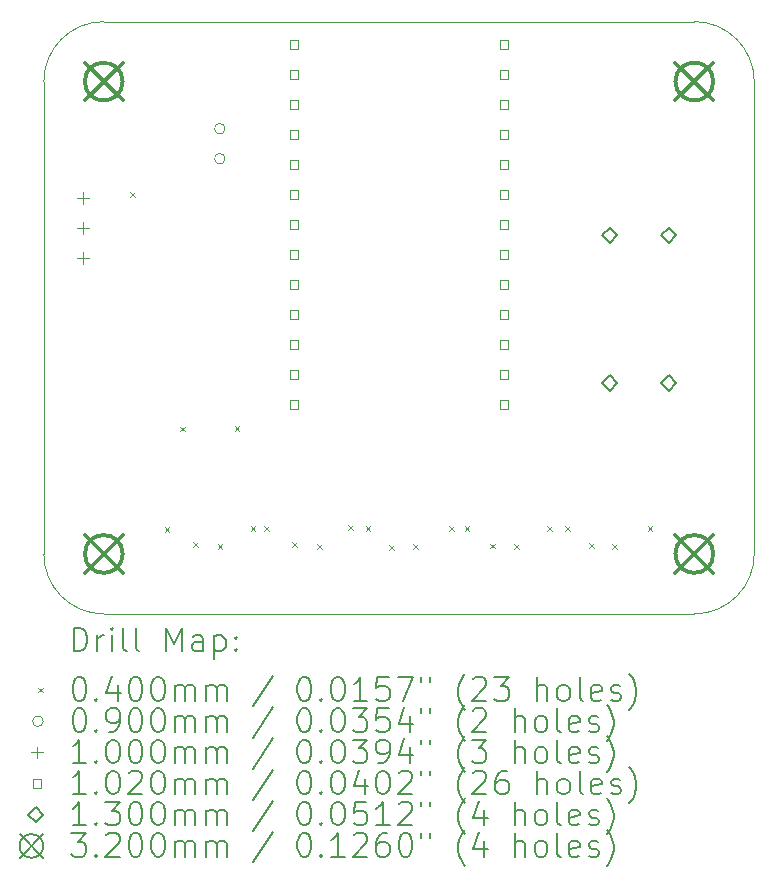
<source format=gbr>
%TF.GenerationSoftware,KiCad,Pcbnew,(6.0.9)*%
%TF.CreationDate,2022-11-19T08:59:57-07:00*%
%TF.ProjectId,AQM,41514d2e-6b69-4636-9164-5f7063625858,rev?*%
%TF.SameCoordinates,Original*%
%TF.FileFunction,Drillmap*%
%TF.FilePolarity,Positive*%
%FSLAX45Y45*%
G04 Gerber Fmt 4.5, Leading zero omitted, Abs format (unit mm)*
G04 Created by KiCad (PCBNEW (6.0.9)) date 2022-11-19 08:59:57*
%MOMM*%
%LPD*%
G01*
G04 APERTURE LIST*
%ADD10C,0.100000*%
%ADD11C,0.200000*%
%ADD12C,0.040000*%
%ADD13C,0.090000*%
%ADD14C,0.102000*%
%ADD15C,0.130000*%
%ADD16C,0.320000*%
G04 APERTURE END LIST*
D10*
X14500000Y-9007500D02*
X9500000Y-9007500D01*
X14500000Y-9007500D02*
G75*
G03*
X15007500Y-8500000I0J507500D01*
G01*
X8992500Y-8500000D02*
G75*
G03*
X9500000Y-9007500I507500J0D01*
G01*
X8992500Y-8500000D02*
X8992500Y-4500000D01*
X15007500Y-4500000D02*
X15007500Y-8500000D01*
X9500000Y-3992500D02*
G75*
G03*
X8992500Y-4500000I0J-507500D01*
G01*
X9500000Y-3992500D02*
X14500000Y-3992500D01*
X15007500Y-4500000D02*
G75*
G03*
X14500000Y-3992500I-507500J0D01*
G01*
D11*
D12*
X9725000Y-5437000D02*
X9765000Y-5477000D01*
X9765000Y-5437000D02*
X9725000Y-5477000D01*
X10015000Y-8270000D02*
X10055000Y-8310000D01*
X10055000Y-8270000D02*
X10015000Y-8310000D01*
X10145080Y-7422200D02*
X10185080Y-7462200D01*
X10185080Y-7422200D02*
X10145080Y-7462200D01*
X10256840Y-8402640D02*
X10296840Y-8442640D01*
X10296840Y-8402640D02*
X10256840Y-8442640D01*
X10465120Y-8417880D02*
X10505120Y-8457880D01*
X10505120Y-8417880D02*
X10465120Y-8457880D01*
X10607360Y-7417120D02*
X10647360Y-7457120D01*
X10647360Y-7417120D02*
X10607360Y-7457120D01*
X10742500Y-8265000D02*
X10782500Y-8305000D01*
X10782500Y-8265000D02*
X10742500Y-8305000D01*
X10860000Y-8262500D02*
X10900000Y-8302500D01*
X10900000Y-8262500D02*
X10860000Y-8302500D01*
X11095040Y-8402640D02*
X11135040Y-8442640D01*
X11135040Y-8402640D02*
X11095040Y-8442640D01*
X11308400Y-8417880D02*
X11348400Y-8457880D01*
X11348400Y-8417880D02*
X11308400Y-8457880D01*
X11570000Y-8257500D02*
X11610000Y-8297500D01*
X11610000Y-8257500D02*
X11570000Y-8297500D01*
X11717500Y-8262500D02*
X11757500Y-8302500D01*
X11757500Y-8262500D02*
X11717500Y-8302500D01*
X11918000Y-8422960D02*
X11958000Y-8462960D01*
X11958000Y-8422960D02*
X11918000Y-8462960D01*
X12121200Y-8417880D02*
X12161200Y-8457880D01*
X12161200Y-8417880D02*
X12121200Y-8457880D01*
X12425000Y-8262500D02*
X12465000Y-8302500D01*
X12465000Y-8262500D02*
X12425000Y-8302500D01*
X12555000Y-8262500D02*
X12595000Y-8302500D01*
X12595000Y-8262500D02*
X12555000Y-8302500D01*
X12771440Y-8412800D02*
X12811440Y-8452800D01*
X12811440Y-8412800D02*
X12771440Y-8452800D01*
X12974640Y-8417880D02*
X13014640Y-8457880D01*
X13014640Y-8417880D02*
X12974640Y-8457880D01*
X13252500Y-8265000D02*
X13292500Y-8305000D01*
X13292500Y-8265000D02*
X13252500Y-8305000D01*
X13405000Y-8265000D02*
X13445000Y-8305000D01*
X13445000Y-8265000D02*
X13405000Y-8305000D01*
X13609640Y-8407720D02*
X13649640Y-8447720D01*
X13649640Y-8407720D02*
X13609640Y-8447720D01*
X13802680Y-8417880D02*
X13842680Y-8457880D01*
X13842680Y-8417880D02*
X13802680Y-8457880D01*
X14105000Y-8265000D02*
X14145000Y-8305000D01*
X14145000Y-8265000D02*
X14105000Y-8305000D01*
D13*
X10527500Y-4900000D02*
G75*
G03*
X10527500Y-4900000I-45000J0D01*
G01*
X10527500Y-5154000D02*
G75*
G03*
X10527500Y-5154000I-45000J0D01*
G01*
D10*
X9321000Y-5437000D02*
X9321000Y-5537000D01*
X9271000Y-5487000D02*
X9371000Y-5487000D01*
X9321000Y-5691000D02*
X9321000Y-5791000D01*
X9271000Y-5741000D02*
X9371000Y-5741000D01*
X9321000Y-5945000D02*
X9321000Y-6045000D01*
X9271000Y-5995000D02*
X9371000Y-5995000D01*
D14*
X11147063Y-4221503D02*
X11147063Y-4149377D01*
X11074937Y-4149377D01*
X11074937Y-4221503D01*
X11147063Y-4221503D01*
X11147063Y-4475503D02*
X11147063Y-4403377D01*
X11074937Y-4403377D01*
X11074937Y-4475503D01*
X11147063Y-4475503D01*
X11147063Y-4729503D02*
X11147063Y-4657377D01*
X11074937Y-4657377D01*
X11074937Y-4729503D01*
X11147063Y-4729503D01*
X11147063Y-4983503D02*
X11147063Y-4911377D01*
X11074937Y-4911377D01*
X11074937Y-4983503D01*
X11147063Y-4983503D01*
X11147063Y-5237503D02*
X11147063Y-5165377D01*
X11074937Y-5165377D01*
X11074937Y-5237503D01*
X11147063Y-5237503D01*
X11147063Y-5491503D02*
X11147063Y-5419377D01*
X11074937Y-5419377D01*
X11074937Y-5491503D01*
X11147063Y-5491503D01*
X11147063Y-5745503D02*
X11147063Y-5673377D01*
X11074937Y-5673377D01*
X11074937Y-5745503D01*
X11147063Y-5745503D01*
X11147063Y-5999503D02*
X11147063Y-5927377D01*
X11074937Y-5927377D01*
X11074937Y-5999503D01*
X11147063Y-5999503D01*
X11147063Y-6253503D02*
X11147063Y-6181377D01*
X11074937Y-6181377D01*
X11074937Y-6253503D01*
X11147063Y-6253503D01*
X11147063Y-6507503D02*
X11147063Y-6435377D01*
X11074937Y-6435377D01*
X11074937Y-6507503D01*
X11147063Y-6507503D01*
X11147063Y-6761503D02*
X11147063Y-6689377D01*
X11074937Y-6689377D01*
X11074937Y-6761503D01*
X11147063Y-6761503D01*
X11147063Y-7015503D02*
X11147063Y-6943377D01*
X11074937Y-6943377D01*
X11074937Y-7015503D01*
X11147063Y-7015503D01*
X11147063Y-7269503D02*
X11147063Y-7197377D01*
X11074937Y-7197377D01*
X11074937Y-7269503D01*
X11147063Y-7269503D01*
X12925063Y-4221503D02*
X12925063Y-4149377D01*
X12852937Y-4149377D01*
X12852937Y-4221503D01*
X12925063Y-4221503D01*
X12925063Y-4475503D02*
X12925063Y-4403377D01*
X12852937Y-4403377D01*
X12852937Y-4475503D01*
X12925063Y-4475503D01*
X12925063Y-4729503D02*
X12925063Y-4657377D01*
X12852937Y-4657377D01*
X12852937Y-4729503D01*
X12925063Y-4729503D01*
X12925063Y-4983503D02*
X12925063Y-4911377D01*
X12852937Y-4911377D01*
X12852937Y-4983503D01*
X12925063Y-4983503D01*
X12925063Y-5237503D02*
X12925063Y-5165377D01*
X12852937Y-5165377D01*
X12852937Y-5237503D01*
X12925063Y-5237503D01*
X12925063Y-5491503D02*
X12925063Y-5419377D01*
X12852937Y-5419377D01*
X12852937Y-5491503D01*
X12925063Y-5491503D01*
X12925063Y-5745503D02*
X12925063Y-5673377D01*
X12852937Y-5673377D01*
X12852937Y-5745503D01*
X12925063Y-5745503D01*
X12925063Y-5999503D02*
X12925063Y-5927377D01*
X12852937Y-5927377D01*
X12852937Y-5999503D01*
X12925063Y-5999503D01*
X12925063Y-6253503D02*
X12925063Y-6181377D01*
X12852937Y-6181377D01*
X12852937Y-6253503D01*
X12925063Y-6253503D01*
X12925063Y-6507503D02*
X12925063Y-6435377D01*
X12852937Y-6435377D01*
X12852937Y-6507503D01*
X12925063Y-6507503D01*
X12925063Y-6761503D02*
X12925063Y-6689377D01*
X12852937Y-6689377D01*
X12852937Y-6761503D01*
X12925063Y-6761503D01*
X12925063Y-7015503D02*
X12925063Y-6943377D01*
X12852937Y-6943377D01*
X12852937Y-7015503D01*
X12925063Y-7015503D01*
X12925063Y-7269503D02*
X12925063Y-7197377D01*
X12852937Y-7197377D01*
X12852937Y-7269503D01*
X12925063Y-7269503D01*
D15*
X13782500Y-5868500D02*
X13847500Y-5803500D01*
X13782500Y-5738500D01*
X13717500Y-5803500D01*
X13782500Y-5868500D01*
X13782500Y-7118500D02*
X13847500Y-7053500D01*
X13782500Y-6988500D01*
X13717500Y-7053500D01*
X13782500Y-7118500D01*
X14282500Y-5868500D02*
X14347500Y-5803500D01*
X14282500Y-5738500D01*
X14217500Y-5803500D01*
X14282500Y-5868500D01*
X14282500Y-7118500D02*
X14347500Y-7053500D01*
X14282500Y-6988500D01*
X14217500Y-7053500D01*
X14282500Y-7118500D01*
D16*
X9340000Y-4340000D02*
X9660000Y-4660000D01*
X9660000Y-4340000D02*
X9340000Y-4660000D01*
X9660000Y-4500000D02*
G75*
G03*
X9660000Y-4500000I-160000J0D01*
G01*
X9340000Y-8340000D02*
X9660000Y-8660000D01*
X9660000Y-8340000D02*
X9340000Y-8660000D01*
X9660000Y-8500000D02*
G75*
G03*
X9660000Y-8500000I-160000J0D01*
G01*
X14340000Y-4340000D02*
X14660000Y-4660000D01*
X14660000Y-4340000D02*
X14340000Y-4660000D01*
X14660000Y-4500000D02*
G75*
G03*
X14660000Y-4500000I-160000J0D01*
G01*
X14340000Y-8340000D02*
X14660000Y-8660000D01*
X14660000Y-8340000D02*
X14340000Y-8660000D01*
X14660000Y-8500000D02*
G75*
G03*
X14660000Y-8500000I-160000J0D01*
G01*
D11*
X9245119Y-9322976D02*
X9245119Y-9122976D01*
X9292738Y-9122976D01*
X9321310Y-9132500D01*
X9340357Y-9151548D01*
X9349881Y-9170595D01*
X9359405Y-9208690D01*
X9359405Y-9237262D01*
X9349881Y-9275357D01*
X9340357Y-9294405D01*
X9321310Y-9313452D01*
X9292738Y-9322976D01*
X9245119Y-9322976D01*
X9445119Y-9322976D02*
X9445119Y-9189643D01*
X9445119Y-9227738D02*
X9454643Y-9208690D01*
X9464167Y-9199167D01*
X9483214Y-9189643D01*
X9502262Y-9189643D01*
X9568929Y-9322976D02*
X9568929Y-9189643D01*
X9568929Y-9122976D02*
X9559405Y-9132500D01*
X9568929Y-9142024D01*
X9578452Y-9132500D01*
X9568929Y-9122976D01*
X9568929Y-9142024D01*
X9692738Y-9322976D02*
X9673690Y-9313452D01*
X9664167Y-9294405D01*
X9664167Y-9122976D01*
X9797500Y-9322976D02*
X9778452Y-9313452D01*
X9768929Y-9294405D01*
X9768929Y-9122976D01*
X10026071Y-9322976D02*
X10026071Y-9122976D01*
X10092738Y-9265833D01*
X10159405Y-9122976D01*
X10159405Y-9322976D01*
X10340357Y-9322976D02*
X10340357Y-9218214D01*
X10330833Y-9199167D01*
X10311786Y-9189643D01*
X10273690Y-9189643D01*
X10254643Y-9199167D01*
X10340357Y-9313452D02*
X10321310Y-9322976D01*
X10273690Y-9322976D01*
X10254643Y-9313452D01*
X10245119Y-9294405D01*
X10245119Y-9275357D01*
X10254643Y-9256310D01*
X10273690Y-9246786D01*
X10321310Y-9246786D01*
X10340357Y-9237262D01*
X10435595Y-9189643D02*
X10435595Y-9389643D01*
X10435595Y-9199167D02*
X10454643Y-9189643D01*
X10492738Y-9189643D01*
X10511786Y-9199167D01*
X10521310Y-9208690D01*
X10530833Y-9227738D01*
X10530833Y-9284881D01*
X10521310Y-9303929D01*
X10511786Y-9313452D01*
X10492738Y-9322976D01*
X10454643Y-9322976D01*
X10435595Y-9313452D01*
X10616548Y-9303929D02*
X10626071Y-9313452D01*
X10616548Y-9322976D01*
X10607024Y-9313452D01*
X10616548Y-9303929D01*
X10616548Y-9322976D01*
X10616548Y-9199167D02*
X10626071Y-9208690D01*
X10616548Y-9218214D01*
X10607024Y-9208690D01*
X10616548Y-9199167D01*
X10616548Y-9218214D01*
D12*
X8947500Y-9632500D02*
X8987500Y-9672500D01*
X8987500Y-9632500D02*
X8947500Y-9672500D01*
D11*
X9283214Y-9542976D02*
X9302262Y-9542976D01*
X9321310Y-9552500D01*
X9330833Y-9562024D01*
X9340357Y-9581071D01*
X9349881Y-9619167D01*
X9349881Y-9666786D01*
X9340357Y-9704881D01*
X9330833Y-9723929D01*
X9321310Y-9733452D01*
X9302262Y-9742976D01*
X9283214Y-9742976D01*
X9264167Y-9733452D01*
X9254643Y-9723929D01*
X9245119Y-9704881D01*
X9235595Y-9666786D01*
X9235595Y-9619167D01*
X9245119Y-9581071D01*
X9254643Y-9562024D01*
X9264167Y-9552500D01*
X9283214Y-9542976D01*
X9435595Y-9723929D02*
X9445119Y-9733452D01*
X9435595Y-9742976D01*
X9426071Y-9733452D01*
X9435595Y-9723929D01*
X9435595Y-9742976D01*
X9616548Y-9609643D02*
X9616548Y-9742976D01*
X9568929Y-9533452D02*
X9521310Y-9676310D01*
X9645119Y-9676310D01*
X9759405Y-9542976D02*
X9778452Y-9542976D01*
X9797500Y-9552500D01*
X9807024Y-9562024D01*
X9816548Y-9581071D01*
X9826071Y-9619167D01*
X9826071Y-9666786D01*
X9816548Y-9704881D01*
X9807024Y-9723929D01*
X9797500Y-9733452D01*
X9778452Y-9742976D01*
X9759405Y-9742976D01*
X9740357Y-9733452D01*
X9730833Y-9723929D01*
X9721310Y-9704881D01*
X9711786Y-9666786D01*
X9711786Y-9619167D01*
X9721310Y-9581071D01*
X9730833Y-9562024D01*
X9740357Y-9552500D01*
X9759405Y-9542976D01*
X9949881Y-9542976D02*
X9968929Y-9542976D01*
X9987976Y-9552500D01*
X9997500Y-9562024D01*
X10007024Y-9581071D01*
X10016548Y-9619167D01*
X10016548Y-9666786D01*
X10007024Y-9704881D01*
X9997500Y-9723929D01*
X9987976Y-9733452D01*
X9968929Y-9742976D01*
X9949881Y-9742976D01*
X9930833Y-9733452D01*
X9921310Y-9723929D01*
X9911786Y-9704881D01*
X9902262Y-9666786D01*
X9902262Y-9619167D01*
X9911786Y-9581071D01*
X9921310Y-9562024D01*
X9930833Y-9552500D01*
X9949881Y-9542976D01*
X10102262Y-9742976D02*
X10102262Y-9609643D01*
X10102262Y-9628690D02*
X10111786Y-9619167D01*
X10130833Y-9609643D01*
X10159405Y-9609643D01*
X10178452Y-9619167D01*
X10187976Y-9638214D01*
X10187976Y-9742976D01*
X10187976Y-9638214D02*
X10197500Y-9619167D01*
X10216548Y-9609643D01*
X10245119Y-9609643D01*
X10264167Y-9619167D01*
X10273690Y-9638214D01*
X10273690Y-9742976D01*
X10368929Y-9742976D02*
X10368929Y-9609643D01*
X10368929Y-9628690D02*
X10378452Y-9619167D01*
X10397500Y-9609643D01*
X10426071Y-9609643D01*
X10445119Y-9619167D01*
X10454643Y-9638214D01*
X10454643Y-9742976D01*
X10454643Y-9638214D02*
X10464167Y-9619167D01*
X10483214Y-9609643D01*
X10511786Y-9609643D01*
X10530833Y-9619167D01*
X10540357Y-9638214D01*
X10540357Y-9742976D01*
X10930833Y-9533452D02*
X10759405Y-9790595D01*
X11187976Y-9542976D02*
X11207024Y-9542976D01*
X11226071Y-9552500D01*
X11235595Y-9562024D01*
X11245119Y-9581071D01*
X11254643Y-9619167D01*
X11254643Y-9666786D01*
X11245119Y-9704881D01*
X11235595Y-9723929D01*
X11226071Y-9733452D01*
X11207024Y-9742976D01*
X11187976Y-9742976D01*
X11168929Y-9733452D01*
X11159405Y-9723929D01*
X11149881Y-9704881D01*
X11140357Y-9666786D01*
X11140357Y-9619167D01*
X11149881Y-9581071D01*
X11159405Y-9562024D01*
X11168929Y-9552500D01*
X11187976Y-9542976D01*
X11340357Y-9723929D02*
X11349881Y-9733452D01*
X11340357Y-9742976D01*
X11330833Y-9733452D01*
X11340357Y-9723929D01*
X11340357Y-9742976D01*
X11473690Y-9542976D02*
X11492738Y-9542976D01*
X11511786Y-9552500D01*
X11521309Y-9562024D01*
X11530833Y-9581071D01*
X11540357Y-9619167D01*
X11540357Y-9666786D01*
X11530833Y-9704881D01*
X11521309Y-9723929D01*
X11511786Y-9733452D01*
X11492738Y-9742976D01*
X11473690Y-9742976D01*
X11454643Y-9733452D01*
X11445119Y-9723929D01*
X11435595Y-9704881D01*
X11426071Y-9666786D01*
X11426071Y-9619167D01*
X11435595Y-9581071D01*
X11445119Y-9562024D01*
X11454643Y-9552500D01*
X11473690Y-9542976D01*
X11730833Y-9742976D02*
X11616548Y-9742976D01*
X11673690Y-9742976D02*
X11673690Y-9542976D01*
X11654643Y-9571548D01*
X11635595Y-9590595D01*
X11616548Y-9600119D01*
X11911786Y-9542976D02*
X11816548Y-9542976D01*
X11807024Y-9638214D01*
X11816548Y-9628690D01*
X11835595Y-9619167D01*
X11883214Y-9619167D01*
X11902262Y-9628690D01*
X11911786Y-9638214D01*
X11921309Y-9657262D01*
X11921309Y-9704881D01*
X11911786Y-9723929D01*
X11902262Y-9733452D01*
X11883214Y-9742976D01*
X11835595Y-9742976D01*
X11816548Y-9733452D01*
X11807024Y-9723929D01*
X11987976Y-9542976D02*
X12121309Y-9542976D01*
X12035595Y-9742976D01*
X12187976Y-9542976D02*
X12187976Y-9581071D01*
X12264167Y-9542976D02*
X12264167Y-9581071D01*
X12559405Y-9819167D02*
X12549881Y-9809643D01*
X12530833Y-9781071D01*
X12521309Y-9762024D01*
X12511786Y-9733452D01*
X12502262Y-9685833D01*
X12502262Y-9647738D01*
X12511786Y-9600119D01*
X12521309Y-9571548D01*
X12530833Y-9552500D01*
X12549881Y-9523929D01*
X12559405Y-9514405D01*
X12626071Y-9562024D02*
X12635595Y-9552500D01*
X12654643Y-9542976D01*
X12702262Y-9542976D01*
X12721309Y-9552500D01*
X12730833Y-9562024D01*
X12740357Y-9581071D01*
X12740357Y-9600119D01*
X12730833Y-9628690D01*
X12616548Y-9742976D01*
X12740357Y-9742976D01*
X12807024Y-9542976D02*
X12930833Y-9542976D01*
X12864167Y-9619167D01*
X12892738Y-9619167D01*
X12911786Y-9628690D01*
X12921309Y-9638214D01*
X12930833Y-9657262D01*
X12930833Y-9704881D01*
X12921309Y-9723929D01*
X12911786Y-9733452D01*
X12892738Y-9742976D01*
X12835595Y-9742976D01*
X12816548Y-9733452D01*
X12807024Y-9723929D01*
X13168928Y-9742976D02*
X13168928Y-9542976D01*
X13254643Y-9742976D02*
X13254643Y-9638214D01*
X13245119Y-9619167D01*
X13226071Y-9609643D01*
X13197500Y-9609643D01*
X13178452Y-9619167D01*
X13168928Y-9628690D01*
X13378452Y-9742976D02*
X13359405Y-9733452D01*
X13349881Y-9723929D01*
X13340357Y-9704881D01*
X13340357Y-9647738D01*
X13349881Y-9628690D01*
X13359405Y-9619167D01*
X13378452Y-9609643D01*
X13407024Y-9609643D01*
X13426071Y-9619167D01*
X13435595Y-9628690D01*
X13445119Y-9647738D01*
X13445119Y-9704881D01*
X13435595Y-9723929D01*
X13426071Y-9733452D01*
X13407024Y-9742976D01*
X13378452Y-9742976D01*
X13559405Y-9742976D02*
X13540357Y-9733452D01*
X13530833Y-9714405D01*
X13530833Y-9542976D01*
X13711786Y-9733452D02*
X13692738Y-9742976D01*
X13654643Y-9742976D01*
X13635595Y-9733452D01*
X13626071Y-9714405D01*
X13626071Y-9638214D01*
X13635595Y-9619167D01*
X13654643Y-9609643D01*
X13692738Y-9609643D01*
X13711786Y-9619167D01*
X13721309Y-9638214D01*
X13721309Y-9657262D01*
X13626071Y-9676310D01*
X13797500Y-9733452D02*
X13816548Y-9742976D01*
X13854643Y-9742976D01*
X13873690Y-9733452D01*
X13883214Y-9714405D01*
X13883214Y-9704881D01*
X13873690Y-9685833D01*
X13854643Y-9676310D01*
X13826071Y-9676310D01*
X13807024Y-9666786D01*
X13797500Y-9647738D01*
X13797500Y-9638214D01*
X13807024Y-9619167D01*
X13826071Y-9609643D01*
X13854643Y-9609643D01*
X13873690Y-9619167D01*
X13949881Y-9819167D02*
X13959405Y-9809643D01*
X13978452Y-9781071D01*
X13987976Y-9762024D01*
X13997500Y-9733452D01*
X14007024Y-9685833D01*
X14007024Y-9647738D01*
X13997500Y-9600119D01*
X13987976Y-9571548D01*
X13978452Y-9552500D01*
X13959405Y-9523929D01*
X13949881Y-9514405D01*
D13*
X8987500Y-9916500D02*
G75*
G03*
X8987500Y-9916500I-45000J0D01*
G01*
D11*
X9283214Y-9806976D02*
X9302262Y-9806976D01*
X9321310Y-9816500D01*
X9330833Y-9826024D01*
X9340357Y-9845071D01*
X9349881Y-9883167D01*
X9349881Y-9930786D01*
X9340357Y-9968881D01*
X9330833Y-9987929D01*
X9321310Y-9997452D01*
X9302262Y-10006976D01*
X9283214Y-10006976D01*
X9264167Y-9997452D01*
X9254643Y-9987929D01*
X9245119Y-9968881D01*
X9235595Y-9930786D01*
X9235595Y-9883167D01*
X9245119Y-9845071D01*
X9254643Y-9826024D01*
X9264167Y-9816500D01*
X9283214Y-9806976D01*
X9435595Y-9987929D02*
X9445119Y-9997452D01*
X9435595Y-10006976D01*
X9426071Y-9997452D01*
X9435595Y-9987929D01*
X9435595Y-10006976D01*
X9540357Y-10006976D02*
X9578452Y-10006976D01*
X9597500Y-9997452D01*
X9607024Y-9987929D01*
X9626071Y-9959357D01*
X9635595Y-9921262D01*
X9635595Y-9845071D01*
X9626071Y-9826024D01*
X9616548Y-9816500D01*
X9597500Y-9806976D01*
X9559405Y-9806976D01*
X9540357Y-9816500D01*
X9530833Y-9826024D01*
X9521310Y-9845071D01*
X9521310Y-9892690D01*
X9530833Y-9911738D01*
X9540357Y-9921262D01*
X9559405Y-9930786D01*
X9597500Y-9930786D01*
X9616548Y-9921262D01*
X9626071Y-9911738D01*
X9635595Y-9892690D01*
X9759405Y-9806976D02*
X9778452Y-9806976D01*
X9797500Y-9816500D01*
X9807024Y-9826024D01*
X9816548Y-9845071D01*
X9826071Y-9883167D01*
X9826071Y-9930786D01*
X9816548Y-9968881D01*
X9807024Y-9987929D01*
X9797500Y-9997452D01*
X9778452Y-10006976D01*
X9759405Y-10006976D01*
X9740357Y-9997452D01*
X9730833Y-9987929D01*
X9721310Y-9968881D01*
X9711786Y-9930786D01*
X9711786Y-9883167D01*
X9721310Y-9845071D01*
X9730833Y-9826024D01*
X9740357Y-9816500D01*
X9759405Y-9806976D01*
X9949881Y-9806976D02*
X9968929Y-9806976D01*
X9987976Y-9816500D01*
X9997500Y-9826024D01*
X10007024Y-9845071D01*
X10016548Y-9883167D01*
X10016548Y-9930786D01*
X10007024Y-9968881D01*
X9997500Y-9987929D01*
X9987976Y-9997452D01*
X9968929Y-10006976D01*
X9949881Y-10006976D01*
X9930833Y-9997452D01*
X9921310Y-9987929D01*
X9911786Y-9968881D01*
X9902262Y-9930786D01*
X9902262Y-9883167D01*
X9911786Y-9845071D01*
X9921310Y-9826024D01*
X9930833Y-9816500D01*
X9949881Y-9806976D01*
X10102262Y-10006976D02*
X10102262Y-9873643D01*
X10102262Y-9892690D02*
X10111786Y-9883167D01*
X10130833Y-9873643D01*
X10159405Y-9873643D01*
X10178452Y-9883167D01*
X10187976Y-9902214D01*
X10187976Y-10006976D01*
X10187976Y-9902214D02*
X10197500Y-9883167D01*
X10216548Y-9873643D01*
X10245119Y-9873643D01*
X10264167Y-9883167D01*
X10273690Y-9902214D01*
X10273690Y-10006976D01*
X10368929Y-10006976D02*
X10368929Y-9873643D01*
X10368929Y-9892690D02*
X10378452Y-9883167D01*
X10397500Y-9873643D01*
X10426071Y-9873643D01*
X10445119Y-9883167D01*
X10454643Y-9902214D01*
X10454643Y-10006976D01*
X10454643Y-9902214D02*
X10464167Y-9883167D01*
X10483214Y-9873643D01*
X10511786Y-9873643D01*
X10530833Y-9883167D01*
X10540357Y-9902214D01*
X10540357Y-10006976D01*
X10930833Y-9797452D02*
X10759405Y-10054595D01*
X11187976Y-9806976D02*
X11207024Y-9806976D01*
X11226071Y-9816500D01*
X11235595Y-9826024D01*
X11245119Y-9845071D01*
X11254643Y-9883167D01*
X11254643Y-9930786D01*
X11245119Y-9968881D01*
X11235595Y-9987929D01*
X11226071Y-9997452D01*
X11207024Y-10006976D01*
X11187976Y-10006976D01*
X11168929Y-9997452D01*
X11159405Y-9987929D01*
X11149881Y-9968881D01*
X11140357Y-9930786D01*
X11140357Y-9883167D01*
X11149881Y-9845071D01*
X11159405Y-9826024D01*
X11168929Y-9816500D01*
X11187976Y-9806976D01*
X11340357Y-9987929D02*
X11349881Y-9997452D01*
X11340357Y-10006976D01*
X11330833Y-9997452D01*
X11340357Y-9987929D01*
X11340357Y-10006976D01*
X11473690Y-9806976D02*
X11492738Y-9806976D01*
X11511786Y-9816500D01*
X11521309Y-9826024D01*
X11530833Y-9845071D01*
X11540357Y-9883167D01*
X11540357Y-9930786D01*
X11530833Y-9968881D01*
X11521309Y-9987929D01*
X11511786Y-9997452D01*
X11492738Y-10006976D01*
X11473690Y-10006976D01*
X11454643Y-9997452D01*
X11445119Y-9987929D01*
X11435595Y-9968881D01*
X11426071Y-9930786D01*
X11426071Y-9883167D01*
X11435595Y-9845071D01*
X11445119Y-9826024D01*
X11454643Y-9816500D01*
X11473690Y-9806976D01*
X11607024Y-9806976D02*
X11730833Y-9806976D01*
X11664167Y-9883167D01*
X11692738Y-9883167D01*
X11711786Y-9892690D01*
X11721309Y-9902214D01*
X11730833Y-9921262D01*
X11730833Y-9968881D01*
X11721309Y-9987929D01*
X11711786Y-9997452D01*
X11692738Y-10006976D01*
X11635595Y-10006976D01*
X11616548Y-9997452D01*
X11607024Y-9987929D01*
X11911786Y-9806976D02*
X11816548Y-9806976D01*
X11807024Y-9902214D01*
X11816548Y-9892690D01*
X11835595Y-9883167D01*
X11883214Y-9883167D01*
X11902262Y-9892690D01*
X11911786Y-9902214D01*
X11921309Y-9921262D01*
X11921309Y-9968881D01*
X11911786Y-9987929D01*
X11902262Y-9997452D01*
X11883214Y-10006976D01*
X11835595Y-10006976D01*
X11816548Y-9997452D01*
X11807024Y-9987929D01*
X12092738Y-9873643D02*
X12092738Y-10006976D01*
X12045119Y-9797452D02*
X11997500Y-9940310D01*
X12121309Y-9940310D01*
X12187976Y-9806976D02*
X12187976Y-9845071D01*
X12264167Y-9806976D02*
X12264167Y-9845071D01*
X12559405Y-10083167D02*
X12549881Y-10073643D01*
X12530833Y-10045071D01*
X12521309Y-10026024D01*
X12511786Y-9997452D01*
X12502262Y-9949833D01*
X12502262Y-9911738D01*
X12511786Y-9864119D01*
X12521309Y-9835548D01*
X12530833Y-9816500D01*
X12549881Y-9787929D01*
X12559405Y-9778405D01*
X12626071Y-9826024D02*
X12635595Y-9816500D01*
X12654643Y-9806976D01*
X12702262Y-9806976D01*
X12721309Y-9816500D01*
X12730833Y-9826024D01*
X12740357Y-9845071D01*
X12740357Y-9864119D01*
X12730833Y-9892690D01*
X12616548Y-10006976D01*
X12740357Y-10006976D01*
X12978452Y-10006976D02*
X12978452Y-9806976D01*
X13064167Y-10006976D02*
X13064167Y-9902214D01*
X13054643Y-9883167D01*
X13035595Y-9873643D01*
X13007024Y-9873643D01*
X12987976Y-9883167D01*
X12978452Y-9892690D01*
X13187976Y-10006976D02*
X13168928Y-9997452D01*
X13159405Y-9987929D01*
X13149881Y-9968881D01*
X13149881Y-9911738D01*
X13159405Y-9892690D01*
X13168928Y-9883167D01*
X13187976Y-9873643D01*
X13216548Y-9873643D01*
X13235595Y-9883167D01*
X13245119Y-9892690D01*
X13254643Y-9911738D01*
X13254643Y-9968881D01*
X13245119Y-9987929D01*
X13235595Y-9997452D01*
X13216548Y-10006976D01*
X13187976Y-10006976D01*
X13368928Y-10006976D02*
X13349881Y-9997452D01*
X13340357Y-9978405D01*
X13340357Y-9806976D01*
X13521309Y-9997452D02*
X13502262Y-10006976D01*
X13464167Y-10006976D01*
X13445119Y-9997452D01*
X13435595Y-9978405D01*
X13435595Y-9902214D01*
X13445119Y-9883167D01*
X13464167Y-9873643D01*
X13502262Y-9873643D01*
X13521309Y-9883167D01*
X13530833Y-9902214D01*
X13530833Y-9921262D01*
X13435595Y-9940310D01*
X13607024Y-9997452D02*
X13626071Y-10006976D01*
X13664167Y-10006976D01*
X13683214Y-9997452D01*
X13692738Y-9978405D01*
X13692738Y-9968881D01*
X13683214Y-9949833D01*
X13664167Y-9940310D01*
X13635595Y-9940310D01*
X13616548Y-9930786D01*
X13607024Y-9911738D01*
X13607024Y-9902214D01*
X13616548Y-9883167D01*
X13635595Y-9873643D01*
X13664167Y-9873643D01*
X13683214Y-9883167D01*
X13759405Y-10083167D02*
X13768928Y-10073643D01*
X13787976Y-10045071D01*
X13797500Y-10026024D01*
X13807024Y-9997452D01*
X13816548Y-9949833D01*
X13816548Y-9911738D01*
X13807024Y-9864119D01*
X13797500Y-9835548D01*
X13787976Y-9816500D01*
X13768928Y-9787929D01*
X13759405Y-9778405D01*
D10*
X8937500Y-10130500D02*
X8937500Y-10230500D01*
X8887500Y-10180500D02*
X8987500Y-10180500D01*
D11*
X9349881Y-10270976D02*
X9235595Y-10270976D01*
X9292738Y-10270976D02*
X9292738Y-10070976D01*
X9273690Y-10099548D01*
X9254643Y-10118595D01*
X9235595Y-10128119D01*
X9435595Y-10251929D02*
X9445119Y-10261452D01*
X9435595Y-10270976D01*
X9426071Y-10261452D01*
X9435595Y-10251929D01*
X9435595Y-10270976D01*
X9568929Y-10070976D02*
X9587976Y-10070976D01*
X9607024Y-10080500D01*
X9616548Y-10090024D01*
X9626071Y-10109071D01*
X9635595Y-10147167D01*
X9635595Y-10194786D01*
X9626071Y-10232881D01*
X9616548Y-10251929D01*
X9607024Y-10261452D01*
X9587976Y-10270976D01*
X9568929Y-10270976D01*
X9549881Y-10261452D01*
X9540357Y-10251929D01*
X9530833Y-10232881D01*
X9521310Y-10194786D01*
X9521310Y-10147167D01*
X9530833Y-10109071D01*
X9540357Y-10090024D01*
X9549881Y-10080500D01*
X9568929Y-10070976D01*
X9759405Y-10070976D02*
X9778452Y-10070976D01*
X9797500Y-10080500D01*
X9807024Y-10090024D01*
X9816548Y-10109071D01*
X9826071Y-10147167D01*
X9826071Y-10194786D01*
X9816548Y-10232881D01*
X9807024Y-10251929D01*
X9797500Y-10261452D01*
X9778452Y-10270976D01*
X9759405Y-10270976D01*
X9740357Y-10261452D01*
X9730833Y-10251929D01*
X9721310Y-10232881D01*
X9711786Y-10194786D01*
X9711786Y-10147167D01*
X9721310Y-10109071D01*
X9730833Y-10090024D01*
X9740357Y-10080500D01*
X9759405Y-10070976D01*
X9949881Y-10070976D02*
X9968929Y-10070976D01*
X9987976Y-10080500D01*
X9997500Y-10090024D01*
X10007024Y-10109071D01*
X10016548Y-10147167D01*
X10016548Y-10194786D01*
X10007024Y-10232881D01*
X9997500Y-10251929D01*
X9987976Y-10261452D01*
X9968929Y-10270976D01*
X9949881Y-10270976D01*
X9930833Y-10261452D01*
X9921310Y-10251929D01*
X9911786Y-10232881D01*
X9902262Y-10194786D01*
X9902262Y-10147167D01*
X9911786Y-10109071D01*
X9921310Y-10090024D01*
X9930833Y-10080500D01*
X9949881Y-10070976D01*
X10102262Y-10270976D02*
X10102262Y-10137643D01*
X10102262Y-10156690D02*
X10111786Y-10147167D01*
X10130833Y-10137643D01*
X10159405Y-10137643D01*
X10178452Y-10147167D01*
X10187976Y-10166214D01*
X10187976Y-10270976D01*
X10187976Y-10166214D02*
X10197500Y-10147167D01*
X10216548Y-10137643D01*
X10245119Y-10137643D01*
X10264167Y-10147167D01*
X10273690Y-10166214D01*
X10273690Y-10270976D01*
X10368929Y-10270976D02*
X10368929Y-10137643D01*
X10368929Y-10156690D02*
X10378452Y-10147167D01*
X10397500Y-10137643D01*
X10426071Y-10137643D01*
X10445119Y-10147167D01*
X10454643Y-10166214D01*
X10454643Y-10270976D01*
X10454643Y-10166214D02*
X10464167Y-10147167D01*
X10483214Y-10137643D01*
X10511786Y-10137643D01*
X10530833Y-10147167D01*
X10540357Y-10166214D01*
X10540357Y-10270976D01*
X10930833Y-10061452D02*
X10759405Y-10318595D01*
X11187976Y-10070976D02*
X11207024Y-10070976D01*
X11226071Y-10080500D01*
X11235595Y-10090024D01*
X11245119Y-10109071D01*
X11254643Y-10147167D01*
X11254643Y-10194786D01*
X11245119Y-10232881D01*
X11235595Y-10251929D01*
X11226071Y-10261452D01*
X11207024Y-10270976D01*
X11187976Y-10270976D01*
X11168929Y-10261452D01*
X11159405Y-10251929D01*
X11149881Y-10232881D01*
X11140357Y-10194786D01*
X11140357Y-10147167D01*
X11149881Y-10109071D01*
X11159405Y-10090024D01*
X11168929Y-10080500D01*
X11187976Y-10070976D01*
X11340357Y-10251929D02*
X11349881Y-10261452D01*
X11340357Y-10270976D01*
X11330833Y-10261452D01*
X11340357Y-10251929D01*
X11340357Y-10270976D01*
X11473690Y-10070976D02*
X11492738Y-10070976D01*
X11511786Y-10080500D01*
X11521309Y-10090024D01*
X11530833Y-10109071D01*
X11540357Y-10147167D01*
X11540357Y-10194786D01*
X11530833Y-10232881D01*
X11521309Y-10251929D01*
X11511786Y-10261452D01*
X11492738Y-10270976D01*
X11473690Y-10270976D01*
X11454643Y-10261452D01*
X11445119Y-10251929D01*
X11435595Y-10232881D01*
X11426071Y-10194786D01*
X11426071Y-10147167D01*
X11435595Y-10109071D01*
X11445119Y-10090024D01*
X11454643Y-10080500D01*
X11473690Y-10070976D01*
X11607024Y-10070976D02*
X11730833Y-10070976D01*
X11664167Y-10147167D01*
X11692738Y-10147167D01*
X11711786Y-10156690D01*
X11721309Y-10166214D01*
X11730833Y-10185262D01*
X11730833Y-10232881D01*
X11721309Y-10251929D01*
X11711786Y-10261452D01*
X11692738Y-10270976D01*
X11635595Y-10270976D01*
X11616548Y-10261452D01*
X11607024Y-10251929D01*
X11826071Y-10270976D02*
X11864167Y-10270976D01*
X11883214Y-10261452D01*
X11892738Y-10251929D01*
X11911786Y-10223357D01*
X11921309Y-10185262D01*
X11921309Y-10109071D01*
X11911786Y-10090024D01*
X11902262Y-10080500D01*
X11883214Y-10070976D01*
X11845119Y-10070976D01*
X11826071Y-10080500D01*
X11816548Y-10090024D01*
X11807024Y-10109071D01*
X11807024Y-10156690D01*
X11816548Y-10175738D01*
X11826071Y-10185262D01*
X11845119Y-10194786D01*
X11883214Y-10194786D01*
X11902262Y-10185262D01*
X11911786Y-10175738D01*
X11921309Y-10156690D01*
X12092738Y-10137643D02*
X12092738Y-10270976D01*
X12045119Y-10061452D02*
X11997500Y-10204310D01*
X12121309Y-10204310D01*
X12187976Y-10070976D02*
X12187976Y-10109071D01*
X12264167Y-10070976D02*
X12264167Y-10109071D01*
X12559405Y-10347167D02*
X12549881Y-10337643D01*
X12530833Y-10309071D01*
X12521309Y-10290024D01*
X12511786Y-10261452D01*
X12502262Y-10213833D01*
X12502262Y-10175738D01*
X12511786Y-10128119D01*
X12521309Y-10099548D01*
X12530833Y-10080500D01*
X12549881Y-10051929D01*
X12559405Y-10042405D01*
X12616548Y-10070976D02*
X12740357Y-10070976D01*
X12673690Y-10147167D01*
X12702262Y-10147167D01*
X12721309Y-10156690D01*
X12730833Y-10166214D01*
X12740357Y-10185262D01*
X12740357Y-10232881D01*
X12730833Y-10251929D01*
X12721309Y-10261452D01*
X12702262Y-10270976D01*
X12645119Y-10270976D01*
X12626071Y-10261452D01*
X12616548Y-10251929D01*
X12978452Y-10270976D02*
X12978452Y-10070976D01*
X13064167Y-10270976D02*
X13064167Y-10166214D01*
X13054643Y-10147167D01*
X13035595Y-10137643D01*
X13007024Y-10137643D01*
X12987976Y-10147167D01*
X12978452Y-10156690D01*
X13187976Y-10270976D02*
X13168928Y-10261452D01*
X13159405Y-10251929D01*
X13149881Y-10232881D01*
X13149881Y-10175738D01*
X13159405Y-10156690D01*
X13168928Y-10147167D01*
X13187976Y-10137643D01*
X13216548Y-10137643D01*
X13235595Y-10147167D01*
X13245119Y-10156690D01*
X13254643Y-10175738D01*
X13254643Y-10232881D01*
X13245119Y-10251929D01*
X13235595Y-10261452D01*
X13216548Y-10270976D01*
X13187976Y-10270976D01*
X13368928Y-10270976D02*
X13349881Y-10261452D01*
X13340357Y-10242405D01*
X13340357Y-10070976D01*
X13521309Y-10261452D02*
X13502262Y-10270976D01*
X13464167Y-10270976D01*
X13445119Y-10261452D01*
X13435595Y-10242405D01*
X13435595Y-10166214D01*
X13445119Y-10147167D01*
X13464167Y-10137643D01*
X13502262Y-10137643D01*
X13521309Y-10147167D01*
X13530833Y-10166214D01*
X13530833Y-10185262D01*
X13435595Y-10204310D01*
X13607024Y-10261452D02*
X13626071Y-10270976D01*
X13664167Y-10270976D01*
X13683214Y-10261452D01*
X13692738Y-10242405D01*
X13692738Y-10232881D01*
X13683214Y-10213833D01*
X13664167Y-10204310D01*
X13635595Y-10204310D01*
X13616548Y-10194786D01*
X13607024Y-10175738D01*
X13607024Y-10166214D01*
X13616548Y-10147167D01*
X13635595Y-10137643D01*
X13664167Y-10137643D01*
X13683214Y-10147167D01*
X13759405Y-10347167D02*
X13768928Y-10337643D01*
X13787976Y-10309071D01*
X13797500Y-10290024D01*
X13807024Y-10261452D01*
X13816548Y-10213833D01*
X13816548Y-10175738D01*
X13807024Y-10128119D01*
X13797500Y-10099548D01*
X13787976Y-10080500D01*
X13768928Y-10051929D01*
X13759405Y-10042405D01*
D14*
X8972563Y-10480563D02*
X8972563Y-10408437D01*
X8900437Y-10408437D01*
X8900437Y-10480563D01*
X8972563Y-10480563D01*
D11*
X9349881Y-10534976D02*
X9235595Y-10534976D01*
X9292738Y-10534976D02*
X9292738Y-10334976D01*
X9273690Y-10363548D01*
X9254643Y-10382595D01*
X9235595Y-10392119D01*
X9435595Y-10515929D02*
X9445119Y-10525452D01*
X9435595Y-10534976D01*
X9426071Y-10525452D01*
X9435595Y-10515929D01*
X9435595Y-10534976D01*
X9568929Y-10334976D02*
X9587976Y-10334976D01*
X9607024Y-10344500D01*
X9616548Y-10354024D01*
X9626071Y-10373071D01*
X9635595Y-10411167D01*
X9635595Y-10458786D01*
X9626071Y-10496881D01*
X9616548Y-10515929D01*
X9607024Y-10525452D01*
X9587976Y-10534976D01*
X9568929Y-10534976D01*
X9549881Y-10525452D01*
X9540357Y-10515929D01*
X9530833Y-10496881D01*
X9521310Y-10458786D01*
X9521310Y-10411167D01*
X9530833Y-10373071D01*
X9540357Y-10354024D01*
X9549881Y-10344500D01*
X9568929Y-10334976D01*
X9711786Y-10354024D02*
X9721310Y-10344500D01*
X9740357Y-10334976D01*
X9787976Y-10334976D01*
X9807024Y-10344500D01*
X9816548Y-10354024D01*
X9826071Y-10373071D01*
X9826071Y-10392119D01*
X9816548Y-10420690D01*
X9702262Y-10534976D01*
X9826071Y-10534976D01*
X9949881Y-10334976D02*
X9968929Y-10334976D01*
X9987976Y-10344500D01*
X9997500Y-10354024D01*
X10007024Y-10373071D01*
X10016548Y-10411167D01*
X10016548Y-10458786D01*
X10007024Y-10496881D01*
X9997500Y-10515929D01*
X9987976Y-10525452D01*
X9968929Y-10534976D01*
X9949881Y-10534976D01*
X9930833Y-10525452D01*
X9921310Y-10515929D01*
X9911786Y-10496881D01*
X9902262Y-10458786D01*
X9902262Y-10411167D01*
X9911786Y-10373071D01*
X9921310Y-10354024D01*
X9930833Y-10344500D01*
X9949881Y-10334976D01*
X10102262Y-10534976D02*
X10102262Y-10401643D01*
X10102262Y-10420690D02*
X10111786Y-10411167D01*
X10130833Y-10401643D01*
X10159405Y-10401643D01*
X10178452Y-10411167D01*
X10187976Y-10430214D01*
X10187976Y-10534976D01*
X10187976Y-10430214D02*
X10197500Y-10411167D01*
X10216548Y-10401643D01*
X10245119Y-10401643D01*
X10264167Y-10411167D01*
X10273690Y-10430214D01*
X10273690Y-10534976D01*
X10368929Y-10534976D02*
X10368929Y-10401643D01*
X10368929Y-10420690D02*
X10378452Y-10411167D01*
X10397500Y-10401643D01*
X10426071Y-10401643D01*
X10445119Y-10411167D01*
X10454643Y-10430214D01*
X10454643Y-10534976D01*
X10454643Y-10430214D02*
X10464167Y-10411167D01*
X10483214Y-10401643D01*
X10511786Y-10401643D01*
X10530833Y-10411167D01*
X10540357Y-10430214D01*
X10540357Y-10534976D01*
X10930833Y-10325452D02*
X10759405Y-10582595D01*
X11187976Y-10334976D02*
X11207024Y-10334976D01*
X11226071Y-10344500D01*
X11235595Y-10354024D01*
X11245119Y-10373071D01*
X11254643Y-10411167D01*
X11254643Y-10458786D01*
X11245119Y-10496881D01*
X11235595Y-10515929D01*
X11226071Y-10525452D01*
X11207024Y-10534976D01*
X11187976Y-10534976D01*
X11168929Y-10525452D01*
X11159405Y-10515929D01*
X11149881Y-10496881D01*
X11140357Y-10458786D01*
X11140357Y-10411167D01*
X11149881Y-10373071D01*
X11159405Y-10354024D01*
X11168929Y-10344500D01*
X11187976Y-10334976D01*
X11340357Y-10515929D02*
X11349881Y-10525452D01*
X11340357Y-10534976D01*
X11330833Y-10525452D01*
X11340357Y-10515929D01*
X11340357Y-10534976D01*
X11473690Y-10334976D02*
X11492738Y-10334976D01*
X11511786Y-10344500D01*
X11521309Y-10354024D01*
X11530833Y-10373071D01*
X11540357Y-10411167D01*
X11540357Y-10458786D01*
X11530833Y-10496881D01*
X11521309Y-10515929D01*
X11511786Y-10525452D01*
X11492738Y-10534976D01*
X11473690Y-10534976D01*
X11454643Y-10525452D01*
X11445119Y-10515929D01*
X11435595Y-10496881D01*
X11426071Y-10458786D01*
X11426071Y-10411167D01*
X11435595Y-10373071D01*
X11445119Y-10354024D01*
X11454643Y-10344500D01*
X11473690Y-10334976D01*
X11711786Y-10401643D02*
X11711786Y-10534976D01*
X11664167Y-10325452D02*
X11616548Y-10468310D01*
X11740357Y-10468310D01*
X11854643Y-10334976D02*
X11873690Y-10334976D01*
X11892738Y-10344500D01*
X11902262Y-10354024D01*
X11911786Y-10373071D01*
X11921309Y-10411167D01*
X11921309Y-10458786D01*
X11911786Y-10496881D01*
X11902262Y-10515929D01*
X11892738Y-10525452D01*
X11873690Y-10534976D01*
X11854643Y-10534976D01*
X11835595Y-10525452D01*
X11826071Y-10515929D01*
X11816548Y-10496881D01*
X11807024Y-10458786D01*
X11807024Y-10411167D01*
X11816548Y-10373071D01*
X11826071Y-10354024D01*
X11835595Y-10344500D01*
X11854643Y-10334976D01*
X11997500Y-10354024D02*
X12007024Y-10344500D01*
X12026071Y-10334976D01*
X12073690Y-10334976D01*
X12092738Y-10344500D01*
X12102262Y-10354024D01*
X12111786Y-10373071D01*
X12111786Y-10392119D01*
X12102262Y-10420690D01*
X11987976Y-10534976D01*
X12111786Y-10534976D01*
X12187976Y-10334976D02*
X12187976Y-10373071D01*
X12264167Y-10334976D02*
X12264167Y-10373071D01*
X12559405Y-10611167D02*
X12549881Y-10601643D01*
X12530833Y-10573071D01*
X12521309Y-10554024D01*
X12511786Y-10525452D01*
X12502262Y-10477833D01*
X12502262Y-10439738D01*
X12511786Y-10392119D01*
X12521309Y-10363548D01*
X12530833Y-10344500D01*
X12549881Y-10315929D01*
X12559405Y-10306405D01*
X12626071Y-10354024D02*
X12635595Y-10344500D01*
X12654643Y-10334976D01*
X12702262Y-10334976D01*
X12721309Y-10344500D01*
X12730833Y-10354024D01*
X12740357Y-10373071D01*
X12740357Y-10392119D01*
X12730833Y-10420690D01*
X12616548Y-10534976D01*
X12740357Y-10534976D01*
X12911786Y-10334976D02*
X12873690Y-10334976D01*
X12854643Y-10344500D01*
X12845119Y-10354024D01*
X12826071Y-10382595D01*
X12816548Y-10420690D01*
X12816548Y-10496881D01*
X12826071Y-10515929D01*
X12835595Y-10525452D01*
X12854643Y-10534976D01*
X12892738Y-10534976D01*
X12911786Y-10525452D01*
X12921309Y-10515929D01*
X12930833Y-10496881D01*
X12930833Y-10449262D01*
X12921309Y-10430214D01*
X12911786Y-10420690D01*
X12892738Y-10411167D01*
X12854643Y-10411167D01*
X12835595Y-10420690D01*
X12826071Y-10430214D01*
X12816548Y-10449262D01*
X13168928Y-10534976D02*
X13168928Y-10334976D01*
X13254643Y-10534976D02*
X13254643Y-10430214D01*
X13245119Y-10411167D01*
X13226071Y-10401643D01*
X13197500Y-10401643D01*
X13178452Y-10411167D01*
X13168928Y-10420690D01*
X13378452Y-10534976D02*
X13359405Y-10525452D01*
X13349881Y-10515929D01*
X13340357Y-10496881D01*
X13340357Y-10439738D01*
X13349881Y-10420690D01*
X13359405Y-10411167D01*
X13378452Y-10401643D01*
X13407024Y-10401643D01*
X13426071Y-10411167D01*
X13435595Y-10420690D01*
X13445119Y-10439738D01*
X13445119Y-10496881D01*
X13435595Y-10515929D01*
X13426071Y-10525452D01*
X13407024Y-10534976D01*
X13378452Y-10534976D01*
X13559405Y-10534976D02*
X13540357Y-10525452D01*
X13530833Y-10506405D01*
X13530833Y-10334976D01*
X13711786Y-10525452D02*
X13692738Y-10534976D01*
X13654643Y-10534976D01*
X13635595Y-10525452D01*
X13626071Y-10506405D01*
X13626071Y-10430214D01*
X13635595Y-10411167D01*
X13654643Y-10401643D01*
X13692738Y-10401643D01*
X13711786Y-10411167D01*
X13721309Y-10430214D01*
X13721309Y-10449262D01*
X13626071Y-10468310D01*
X13797500Y-10525452D02*
X13816548Y-10534976D01*
X13854643Y-10534976D01*
X13873690Y-10525452D01*
X13883214Y-10506405D01*
X13883214Y-10496881D01*
X13873690Y-10477833D01*
X13854643Y-10468310D01*
X13826071Y-10468310D01*
X13807024Y-10458786D01*
X13797500Y-10439738D01*
X13797500Y-10430214D01*
X13807024Y-10411167D01*
X13826071Y-10401643D01*
X13854643Y-10401643D01*
X13873690Y-10411167D01*
X13949881Y-10611167D02*
X13959405Y-10601643D01*
X13978452Y-10573071D01*
X13987976Y-10554024D01*
X13997500Y-10525452D01*
X14007024Y-10477833D01*
X14007024Y-10439738D01*
X13997500Y-10392119D01*
X13987976Y-10363548D01*
X13978452Y-10344500D01*
X13959405Y-10315929D01*
X13949881Y-10306405D01*
D15*
X8922500Y-10773500D02*
X8987500Y-10708500D01*
X8922500Y-10643500D01*
X8857500Y-10708500D01*
X8922500Y-10773500D01*
D11*
X9349881Y-10798976D02*
X9235595Y-10798976D01*
X9292738Y-10798976D02*
X9292738Y-10598976D01*
X9273690Y-10627548D01*
X9254643Y-10646595D01*
X9235595Y-10656119D01*
X9435595Y-10779929D02*
X9445119Y-10789452D01*
X9435595Y-10798976D01*
X9426071Y-10789452D01*
X9435595Y-10779929D01*
X9435595Y-10798976D01*
X9511786Y-10598976D02*
X9635595Y-10598976D01*
X9568929Y-10675167D01*
X9597500Y-10675167D01*
X9616548Y-10684690D01*
X9626071Y-10694214D01*
X9635595Y-10713262D01*
X9635595Y-10760881D01*
X9626071Y-10779929D01*
X9616548Y-10789452D01*
X9597500Y-10798976D01*
X9540357Y-10798976D01*
X9521310Y-10789452D01*
X9511786Y-10779929D01*
X9759405Y-10598976D02*
X9778452Y-10598976D01*
X9797500Y-10608500D01*
X9807024Y-10618024D01*
X9816548Y-10637071D01*
X9826071Y-10675167D01*
X9826071Y-10722786D01*
X9816548Y-10760881D01*
X9807024Y-10779929D01*
X9797500Y-10789452D01*
X9778452Y-10798976D01*
X9759405Y-10798976D01*
X9740357Y-10789452D01*
X9730833Y-10779929D01*
X9721310Y-10760881D01*
X9711786Y-10722786D01*
X9711786Y-10675167D01*
X9721310Y-10637071D01*
X9730833Y-10618024D01*
X9740357Y-10608500D01*
X9759405Y-10598976D01*
X9949881Y-10598976D02*
X9968929Y-10598976D01*
X9987976Y-10608500D01*
X9997500Y-10618024D01*
X10007024Y-10637071D01*
X10016548Y-10675167D01*
X10016548Y-10722786D01*
X10007024Y-10760881D01*
X9997500Y-10779929D01*
X9987976Y-10789452D01*
X9968929Y-10798976D01*
X9949881Y-10798976D01*
X9930833Y-10789452D01*
X9921310Y-10779929D01*
X9911786Y-10760881D01*
X9902262Y-10722786D01*
X9902262Y-10675167D01*
X9911786Y-10637071D01*
X9921310Y-10618024D01*
X9930833Y-10608500D01*
X9949881Y-10598976D01*
X10102262Y-10798976D02*
X10102262Y-10665643D01*
X10102262Y-10684690D02*
X10111786Y-10675167D01*
X10130833Y-10665643D01*
X10159405Y-10665643D01*
X10178452Y-10675167D01*
X10187976Y-10694214D01*
X10187976Y-10798976D01*
X10187976Y-10694214D02*
X10197500Y-10675167D01*
X10216548Y-10665643D01*
X10245119Y-10665643D01*
X10264167Y-10675167D01*
X10273690Y-10694214D01*
X10273690Y-10798976D01*
X10368929Y-10798976D02*
X10368929Y-10665643D01*
X10368929Y-10684690D02*
X10378452Y-10675167D01*
X10397500Y-10665643D01*
X10426071Y-10665643D01*
X10445119Y-10675167D01*
X10454643Y-10694214D01*
X10454643Y-10798976D01*
X10454643Y-10694214D02*
X10464167Y-10675167D01*
X10483214Y-10665643D01*
X10511786Y-10665643D01*
X10530833Y-10675167D01*
X10540357Y-10694214D01*
X10540357Y-10798976D01*
X10930833Y-10589452D02*
X10759405Y-10846595D01*
X11187976Y-10598976D02*
X11207024Y-10598976D01*
X11226071Y-10608500D01*
X11235595Y-10618024D01*
X11245119Y-10637071D01*
X11254643Y-10675167D01*
X11254643Y-10722786D01*
X11245119Y-10760881D01*
X11235595Y-10779929D01*
X11226071Y-10789452D01*
X11207024Y-10798976D01*
X11187976Y-10798976D01*
X11168929Y-10789452D01*
X11159405Y-10779929D01*
X11149881Y-10760881D01*
X11140357Y-10722786D01*
X11140357Y-10675167D01*
X11149881Y-10637071D01*
X11159405Y-10618024D01*
X11168929Y-10608500D01*
X11187976Y-10598976D01*
X11340357Y-10779929D02*
X11349881Y-10789452D01*
X11340357Y-10798976D01*
X11330833Y-10789452D01*
X11340357Y-10779929D01*
X11340357Y-10798976D01*
X11473690Y-10598976D02*
X11492738Y-10598976D01*
X11511786Y-10608500D01*
X11521309Y-10618024D01*
X11530833Y-10637071D01*
X11540357Y-10675167D01*
X11540357Y-10722786D01*
X11530833Y-10760881D01*
X11521309Y-10779929D01*
X11511786Y-10789452D01*
X11492738Y-10798976D01*
X11473690Y-10798976D01*
X11454643Y-10789452D01*
X11445119Y-10779929D01*
X11435595Y-10760881D01*
X11426071Y-10722786D01*
X11426071Y-10675167D01*
X11435595Y-10637071D01*
X11445119Y-10618024D01*
X11454643Y-10608500D01*
X11473690Y-10598976D01*
X11721309Y-10598976D02*
X11626071Y-10598976D01*
X11616548Y-10694214D01*
X11626071Y-10684690D01*
X11645119Y-10675167D01*
X11692738Y-10675167D01*
X11711786Y-10684690D01*
X11721309Y-10694214D01*
X11730833Y-10713262D01*
X11730833Y-10760881D01*
X11721309Y-10779929D01*
X11711786Y-10789452D01*
X11692738Y-10798976D01*
X11645119Y-10798976D01*
X11626071Y-10789452D01*
X11616548Y-10779929D01*
X11921309Y-10798976D02*
X11807024Y-10798976D01*
X11864167Y-10798976D02*
X11864167Y-10598976D01*
X11845119Y-10627548D01*
X11826071Y-10646595D01*
X11807024Y-10656119D01*
X11997500Y-10618024D02*
X12007024Y-10608500D01*
X12026071Y-10598976D01*
X12073690Y-10598976D01*
X12092738Y-10608500D01*
X12102262Y-10618024D01*
X12111786Y-10637071D01*
X12111786Y-10656119D01*
X12102262Y-10684690D01*
X11987976Y-10798976D01*
X12111786Y-10798976D01*
X12187976Y-10598976D02*
X12187976Y-10637071D01*
X12264167Y-10598976D02*
X12264167Y-10637071D01*
X12559405Y-10875167D02*
X12549881Y-10865643D01*
X12530833Y-10837071D01*
X12521309Y-10818024D01*
X12511786Y-10789452D01*
X12502262Y-10741833D01*
X12502262Y-10703738D01*
X12511786Y-10656119D01*
X12521309Y-10627548D01*
X12530833Y-10608500D01*
X12549881Y-10579929D01*
X12559405Y-10570405D01*
X12721309Y-10665643D02*
X12721309Y-10798976D01*
X12673690Y-10589452D02*
X12626071Y-10732310D01*
X12749881Y-10732310D01*
X12978452Y-10798976D02*
X12978452Y-10598976D01*
X13064167Y-10798976D02*
X13064167Y-10694214D01*
X13054643Y-10675167D01*
X13035595Y-10665643D01*
X13007024Y-10665643D01*
X12987976Y-10675167D01*
X12978452Y-10684690D01*
X13187976Y-10798976D02*
X13168928Y-10789452D01*
X13159405Y-10779929D01*
X13149881Y-10760881D01*
X13149881Y-10703738D01*
X13159405Y-10684690D01*
X13168928Y-10675167D01*
X13187976Y-10665643D01*
X13216548Y-10665643D01*
X13235595Y-10675167D01*
X13245119Y-10684690D01*
X13254643Y-10703738D01*
X13254643Y-10760881D01*
X13245119Y-10779929D01*
X13235595Y-10789452D01*
X13216548Y-10798976D01*
X13187976Y-10798976D01*
X13368928Y-10798976D02*
X13349881Y-10789452D01*
X13340357Y-10770405D01*
X13340357Y-10598976D01*
X13521309Y-10789452D02*
X13502262Y-10798976D01*
X13464167Y-10798976D01*
X13445119Y-10789452D01*
X13435595Y-10770405D01*
X13435595Y-10694214D01*
X13445119Y-10675167D01*
X13464167Y-10665643D01*
X13502262Y-10665643D01*
X13521309Y-10675167D01*
X13530833Y-10694214D01*
X13530833Y-10713262D01*
X13435595Y-10732310D01*
X13607024Y-10789452D02*
X13626071Y-10798976D01*
X13664167Y-10798976D01*
X13683214Y-10789452D01*
X13692738Y-10770405D01*
X13692738Y-10760881D01*
X13683214Y-10741833D01*
X13664167Y-10732310D01*
X13635595Y-10732310D01*
X13616548Y-10722786D01*
X13607024Y-10703738D01*
X13607024Y-10694214D01*
X13616548Y-10675167D01*
X13635595Y-10665643D01*
X13664167Y-10665643D01*
X13683214Y-10675167D01*
X13759405Y-10875167D02*
X13768928Y-10865643D01*
X13787976Y-10837071D01*
X13797500Y-10818024D01*
X13807024Y-10789452D01*
X13816548Y-10741833D01*
X13816548Y-10703738D01*
X13807024Y-10656119D01*
X13797500Y-10627548D01*
X13787976Y-10608500D01*
X13768928Y-10579929D01*
X13759405Y-10570405D01*
X8787500Y-10872500D02*
X8987500Y-11072500D01*
X8987500Y-10872500D02*
X8787500Y-11072500D01*
X8987500Y-10972500D02*
G75*
G03*
X8987500Y-10972500I-100000J0D01*
G01*
X9226071Y-10862976D02*
X9349881Y-10862976D01*
X9283214Y-10939167D01*
X9311786Y-10939167D01*
X9330833Y-10948690D01*
X9340357Y-10958214D01*
X9349881Y-10977262D01*
X9349881Y-11024881D01*
X9340357Y-11043929D01*
X9330833Y-11053452D01*
X9311786Y-11062976D01*
X9254643Y-11062976D01*
X9235595Y-11053452D01*
X9226071Y-11043929D01*
X9435595Y-11043929D02*
X9445119Y-11053452D01*
X9435595Y-11062976D01*
X9426071Y-11053452D01*
X9435595Y-11043929D01*
X9435595Y-11062976D01*
X9521310Y-10882024D02*
X9530833Y-10872500D01*
X9549881Y-10862976D01*
X9597500Y-10862976D01*
X9616548Y-10872500D01*
X9626071Y-10882024D01*
X9635595Y-10901071D01*
X9635595Y-10920119D01*
X9626071Y-10948690D01*
X9511786Y-11062976D01*
X9635595Y-11062976D01*
X9759405Y-10862976D02*
X9778452Y-10862976D01*
X9797500Y-10872500D01*
X9807024Y-10882024D01*
X9816548Y-10901071D01*
X9826071Y-10939167D01*
X9826071Y-10986786D01*
X9816548Y-11024881D01*
X9807024Y-11043929D01*
X9797500Y-11053452D01*
X9778452Y-11062976D01*
X9759405Y-11062976D01*
X9740357Y-11053452D01*
X9730833Y-11043929D01*
X9721310Y-11024881D01*
X9711786Y-10986786D01*
X9711786Y-10939167D01*
X9721310Y-10901071D01*
X9730833Y-10882024D01*
X9740357Y-10872500D01*
X9759405Y-10862976D01*
X9949881Y-10862976D02*
X9968929Y-10862976D01*
X9987976Y-10872500D01*
X9997500Y-10882024D01*
X10007024Y-10901071D01*
X10016548Y-10939167D01*
X10016548Y-10986786D01*
X10007024Y-11024881D01*
X9997500Y-11043929D01*
X9987976Y-11053452D01*
X9968929Y-11062976D01*
X9949881Y-11062976D01*
X9930833Y-11053452D01*
X9921310Y-11043929D01*
X9911786Y-11024881D01*
X9902262Y-10986786D01*
X9902262Y-10939167D01*
X9911786Y-10901071D01*
X9921310Y-10882024D01*
X9930833Y-10872500D01*
X9949881Y-10862976D01*
X10102262Y-11062976D02*
X10102262Y-10929643D01*
X10102262Y-10948690D02*
X10111786Y-10939167D01*
X10130833Y-10929643D01*
X10159405Y-10929643D01*
X10178452Y-10939167D01*
X10187976Y-10958214D01*
X10187976Y-11062976D01*
X10187976Y-10958214D02*
X10197500Y-10939167D01*
X10216548Y-10929643D01*
X10245119Y-10929643D01*
X10264167Y-10939167D01*
X10273690Y-10958214D01*
X10273690Y-11062976D01*
X10368929Y-11062976D02*
X10368929Y-10929643D01*
X10368929Y-10948690D02*
X10378452Y-10939167D01*
X10397500Y-10929643D01*
X10426071Y-10929643D01*
X10445119Y-10939167D01*
X10454643Y-10958214D01*
X10454643Y-11062976D01*
X10454643Y-10958214D02*
X10464167Y-10939167D01*
X10483214Y-10929643D01*
X10511786Y-10929643D01*
X10530833Y-10939167D01*
X10540357Y-10958214D01*
X10540357Y-11062976D01*
X10930833Y-10853452D02*
X10759405Y-11110595D01*
X11187976Y-10862976D02*
X11207024Y-10862976D01*
X11226071Y-10872500D01*
X11235595Y-10882024D01*
X11245119Y-10901071D01*
X11254643Y-10939167D01*
X11254643Y-10986786D01*
X11245119Y-11024881D01*
X11235595Y-11043929D01*
X11226071Y-11053452D01*
X11207024Y-11062976D01*
X11187976Y-11062976D01*
X11168929Y-11053452D01*
X11159405Y-11043929D01*
X11149881Y-11024881D01*
X11140357Y-10986786D01*
X11140357Y-10939167D01*
X11149881Y-10901071D01*
X11159405Y-10882024D01*
X11168929Y-10872500D01*
X11187976Y-10862976D01*
X11340357Y-11043929D02*
X11349881Y-11053452D01*
X11340357Y-11062976D01*
X11330833Y-11053452D01*
X11340357Y-11043929D01*
X11340357Y-11062976D01*
X11540357Y-11062976D02*
X11426071Y-11062976D01*
X11483214Y-11062976D02*
X11483214Y-10862976D01*
X11464167Y-10891548D01*
X11445119Y-10910595D01*
X11426071Y-10920119D01*
X11616548Y-10882024D02*
X11626071Y-10872500D01*
X11645119Y-10862976D01*
X11692738Y-10862976D01*
X11711786Y-10872500D01*
X11721309Y-10882024D01*
X11730833Y-10901071D01*
X11730833Y-10920119D01*
X11721309Y-10948690D01*
X11607024Y-11062976D01*
X11730833Y-11062976D01*
X11902262Y-10862976D02*
X11864167Y-10862976D01*
X11845119Y-10872500D01*
X11835595Y-10882024D01*
X11816548Y-10910595D01*
X11807024Y-10948690D01*
X11807024Y-11024881D01*
X11816548Y-11043929D01*
X11826071Y-11053452D01*
X11845119Y-11062976D01*
X11883214Y-11062976D01*
X11902262Y-11053452D01*
X11911786Y-11043929D01*
X11921309Y-11024881D01*
X11921309Y-10977262D01*
X11911786Y-10958214D01*
X11902262Y-10948690D01*
X11883214Y-10939167D01*
X11845119Y-10939167D01*
X11826071Y-10948690D01*
X11816548Y-10958214D01*
X11807024Y-10977262D01*
X12045119Y-10862976D02*
X12064167Y-10862976D01*
X12083214Y-10872500D01*
X12092738Y-10882024D01*
X12102262Y-10901071D01*
X12111786Y-10939167D01*
X12111786Y-10986786D01*
X12102262Y-11024881D01*
X12092738Y-11043929D01*
X12083214Y-11053452D01*
X12064167Y-11062976D01*
X12045119Y-11062976D01*
X12026071Y-11053452D01*
X12016548Y-11043929D01*
X12007024Y-11024881D01*
X11997500Y-10986786D01*
X11997500Y-10939167D01*
X12007024Y-10901071D01*
X12016548Y-10882024D01*
X12026071Y-10872500D01*
X12045119Y-10862976D01*
X12187976Y-10862976D02*
X12187976Y-10901071D01*
X12264167Y-10862976D02*
X12264167Y-10901071D01*
X12559405Y-11139167D02*
X12549881Y-11129643D01*
X12530833Y-11101071D01*
X12521309Y-11082024D01*
X12511786Y-11053452D01*
X12502262Y-11005833D01*
X12502262Y-10967738D01*
X12511786Y-10920119D01*
X12521309Y-10891548D01*
X12530833Y-10872500D01*
X12549881Y-10843929D01*
X12559405Y-10834405D01*
X12721309Y-10929643D02*
X12721309Y-11062976D01*
X12673690Y-10853452D02*
X12626071Y-10996310D01*
X12749881Y-10996310D01*
X12978452Y-11062976D02*
X12978452Y-10862976D01*
X13064167Y-11062976D02*
X13064167Y-10958214D01*
X13054643Y-10939167D01*
X13035595Y-10929643D01*
X13007024Y-10929643D01*
X12987976Y-10939167D01*
X12978452Y-10948690D01*
X13187976Y-11062976D02*
X13168928Y-11053452D01*
X13159405Y-11043929D01*
X13149881Y-11024881D01*
X13149881Y-10967738D01*
X13159405Y-10948690D01*
X13168928Y-10939167D01*
X13187976Y-10929643D01*
X13216548Y-10929643D01*
X13235595Y-10939167D01*
X13245119Y-10948690D01*
X13254643Y-10967738D01*
X13254643Y-11024881D01*
X13245119Y-11043929D01*
X13235595Y-11053452D01*
X13216548Y-11062976D01*
X13187976Y-11062976D01*
X13368928Y-11062976D02*
X13349881Y-11053452D01*
X13340357Y-11034405D01*
X13340357Y-10862976D01*
X13521309Y-11053452D02*
X13502262Y-11062976D01*
X13464167Y-11062976D01*
X13445119Y-11053452D01*
X13435595Y-11034405D01*
X13435595Y-10958214D01*
X13445119Y-10939167D01*
X13464167Y-10929643D01*
X13502262Y-10929643D01*
X13521309Y-10939167D01*
X13530833Y-10958214D01*
X13530833Y-10977262D01*
X13435595Y-10996310D01*
X13607024Y-11053452D02*
X13626071Y-11062976D01*
X13664167Y-11062976D01*
X13683214Y-11053452D01*
X13692738Y-11034405D01*
X13692738Y-11024881D01*
X13683214Y-11005833D01*
X13664167Y-10996310D01*
X13635595Y-10996310D01*
X13616548Y-10986786D01*
X13607024Y-10967738D01*
X13607024Y-10958214D01*
X13616548Y-10939167D01*
X13635595Y-10929643D01*
X13664167Y-10929643D01*
X13683214Y-10939167D01*
X13759405Y-11139167D02*
X13768928Y-11129643D01*
X13787976Y-11101071D01*
X13797500Y-11082024D01*
X13807024Y-11053452D01*
X13816548Y-11005833D01*
X13816548Y-10967738D01*
X13807024Y-10920119D01*
X13797500Y-10891548D01*
X13787976Y-10872500D01*
X13768928Y-10843929D01*
X13759405Y-10834405D01*
M02*

</source>
